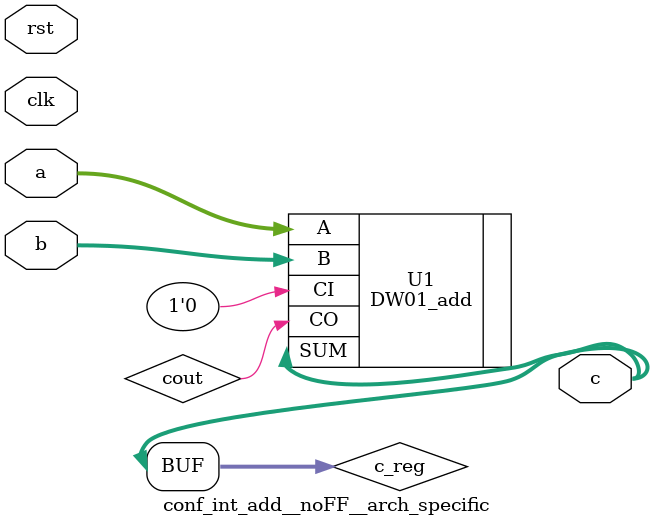
<source format=v>

module conf_int_add__noFF__arch_specific( clk, rst, a, b, c
 );
//--- parameters
//parameter BT_RND = 0
parameter OP_BITWIDTH = 16; //operator bit width
parameter DATA_PATH_BITWIDTH = 16; //flip flop Bit width


//--- input,outputs
input clk;
input rst;
input [DATA_PATH_BITWIDTH -1:0] a;
input [DATA_PATH_BITWIDTH-1:0] b;
output [DATA_PATH_BITWIDTH-1:0] c;
reg [DATA_PATH_BITWIDTH-1:0] c_reg;

////---F: Ripple Cary Adder deisng
////module test ripple_adder_4bit; 
//wire Cout;
// // Instantiate the Unit Under Test (UUT)
//ripple_adder_4bit uut (
//  .Sum(c[3:0]), 
//  .Cout(Cout), 
//  .A(a[3:0]), 
//  .B(b[3:0]), 
//  .Cin(a[0])
// );

  //---Note: got the following from the page 34 of "DesignWare Building Block Ip
  //-------  userguide
  
  //--- no flop design
  wire cout;
  // synopsys dc_script_begin 
  // set_implementation cla U1 
  // set_dont_touch U1 
  // synopsys dc_script_end
  // instantiate DW01_add
  // set_dont_use dw_foundation.sldb/DW01_add/apparch
  // set_dont_use dw_foundation.sldb/DW01_add/pparch
  DW01_add #(DATA_PATH_BITWIDTH) U1(.A(a), .B(b), .CI(1'b0), .SUM(c), .CO(cout));
  
//  
//  always @(*) begin
//      /* synopsys resource r0: 
//      map_to_module = "DW01_add",
//      implementation = "cla",
//      ops = "a1"; */
//      c_reg <= a + b; //synopsys label a1
//  end
//
assign c = c_reg;  
/*
//--- regs, wires
reg [DATA_PATH_BITWIDTH-1:0]  reg_c;
wire [OP_BITWIDTH -1 : 0]w_c;
reg [DATA_PATH_BITWIDTH -1:0]  reg_a;
reg [DATA_PATH_BITWIDTH -1:0]  reg_b;


//--- design
acc_int_add #(OP_BITWIDTH) u0_ac (reg_a[DATA_PATH_BITWIDTH -1: DATA_PATH_BITWIDTH - OP_BITWIDTH], reg_b[DATA_PATH_BITWIDTH -1: DATA_PATH_BITWIDTH - OP_BITWIDTH], w_c);

always @(posedge clk or negedge rst)
begin
  if (~rst)
  begin
    reg_a <= 0;
    reg_b <= 0;
  end
  else 
  begin
      reg_a <= a;
      reg_b <= b;
  end
end

always @(posedge clk or negedge rst)
begin
  if (~rst)
  begin
    reg_c <= #0.1 0;
  end
  else 
  begin
    reg_c[DATA_PATH_BITWIDTH-1: DATA_PATH_BITWIDTH-OP_BITWIDTH] <= w_c;
  end
end

assign c = reg_c; 

*/
endmodule

</source>
